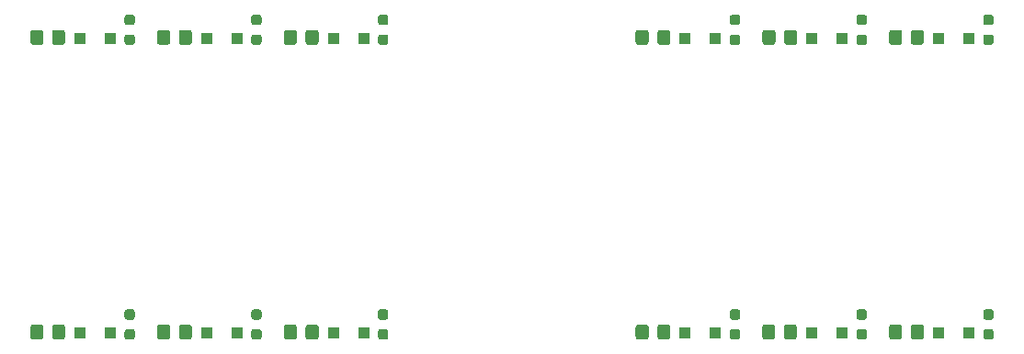
<source format=gbr>
%TF.GenerationSoftware,KiCad,Pcbnew,5.1.9*%
%TF.CreationDate,2021-04-12T01:52:26-03:00*%
%TF.ProjectId,Switches,53776974-6368-4657-932e-6b696361645f,rev?*%
%TF.SameCoordinates,Original*%
%TF.FileFunction,Paste,Bot*%
%TF.FilePolarity,Positive*%
%FSLAX46Y46*%
G04 Gerber Fmt 4.6, Leading zero omitted, Abs format (unit mm)*
G04 Created by KiCad (PCBNEW 5.1.9) date 2021-04-12 01:52:26*
%MOMM*%
%LPD*%
G01*
G04 APERTURE LIST*
%ADD10R,1.100000X1.100000*%
G04 APERTURE END LIST*
D10*
%TO.C,D117*%
X204100000Y-120000000D03*
X201300000Y-120000000D03*
%TD*%
%TO.C,D116*%
X192425000Y-120000000D03*
X189625000Y-120000000D03*
%TD*%
%TO.C,D115*%
X180750000Y-120000000D03*
X177950000Y-120000000D03*
%TD*%
%TO.C,D113*%
X204100000Y-92800000D03*
X201300000Y-92800000D03*
%TD*%
%TO.C,D112*%
X192425000Y-92800000D03*
X189625000Y-92800000D03*
%TD*%
%TO.C,D109*%
X180750000Y-92800000D03*
X177950000Y-92800000D03*
%TD*%
%TO.C,D108*%
X148350000Y-120000000D03*
X145550000Y-120000000D03*
%TD*%
%TO.C,D107*%
X136675000Y-120000000D03*
X133875000Y-120000000D03*
%TD*%
%TO.C,D106*%
X125000000Y-120000000D03*
X122200000Y-120000000D03*
%TD*%
%TO.C,D105*%
X148350000Y-92800000D03*
X145550000Y-92800000D03*
%TD*%
%TO.C,D104*%
X136675000Y-92800000D03*
X133875000Y-92800000D03*
%TD*%
%TO.C,D101*%
X125000000Y-92800000D03*
X122200000Y-92800000D03*
%TD*%
%TO.C,R135*%
G36*
G01*
X206137500Y-118775000D02*
X205662500Y-118775000D01*
G75*
G02*
X205425000Y-118537500I0J237500D01*
G01*
X205425000Y-118037500D01*
G75*
G02*
X205662500Y-117800000I237500J0D01*
G01*
X206137500Y-117800000D01*
G75*
G02*
X206375000Y-118037500I0J-237500D01*
G01*
X206375000Y-118537500D01*
G75*
G02*
X206137500Y-118775000I-237500J0D01*
G01*
G37*
G36*
G01*
X206137500Y-120600000D02*
X205662500Y-120600000D01*
G75*
G02*
X205425000Y-120362500I0J237500D01*
G01*
X205425000Y-119862500D01*
G75*
G02*
X205662500Y-119625000I237500J0D01*
G01*
X206137500Y-119625000D01*
G75*
G02*
X206375000Y-119862500I0J-237500D01*
G01*
X206375000Y-120362500D01*
G75*
G02*
X206137500Y-120600000I-237500J0D01*
G01*
G37*
%TD*%
%TO.C,R134*%
G36*
G01*
X194462500Y-118775000D02*
X193987500Y-118775000D01*
G75*
G02*
X193750000Y-118537500I0J237500D01*
G01*
X193750000Y-118037500D01*
G75*
G02*
X193987500Y-117800000I237500J0D01*
G01*
X194462500Y-117800000D01*
G75*
G02*
X194700000Y-118037500I0J-237500D01*
G01*
X194700000Y-118537500D01*
G75*
G02*
X194462500Y-118775000I-237500J0D01*
G01*
G37*
G36*
G01*
X194462500Y-120600000D02*
X193987500Y-120600000D01*
G75*
G02*
X193750000Y-120362500I0J237500D01*
G01*
X193750000Y-119862500D01*
G75*
G02*
X193987500Y-119625000I237500J0D01*
G01*
X194462500Y-119625000D01*
G75*
G02*
X194700000Y-119862500I0J-237500D01*
G01*
X194700000Y-120362500D01*
G75*
G02*
X194462500Y-120600000I-237500J0D01*
G01*
G37*
%TD*%
%TO.C,R133*%
G36*
G01*
X182787500Y-118775000D02*
X182312500Y-118775000D01*
G75*
G02*
X182075000Y-118537500I0J237500D01*
G01*
X182075000Y-118037500D01*
G75*
G02*
X182312500Y-117800000I237500J0D01*
G01*
X182787500Y-117800000D01*
G75*
G02*
X183025000Y-118037500I0J-237500D01*
G01*
X183025000Y-118537500D01*
G75*
G02*
X182787500Y-118775000I-237500J0D01*
G01*
G37*
G36*
G01*
X182787500Y-120600000D02*
X182312500Y-120600000D01*
G75*
G02*
X182075000Y-120362500I0J237500D01*
G01*
X182075000Y-119862500D01*
G75*
G02*
X182312500Y-119625000I237500J0D01*
G01*
X182787500Y-119625000D01*
G75*
G02*
X183025000Y-119862500I0J-237500D01*
G01*
X183025000Y-120362500D01*
G75*
G02*
X182787500Y-120600000I-237500J0D01*
G01*
G37*
%TD*%
%TO.C,R132*%
G36*
G01*
X206137500Y-91575000D02*
X205662500Y-91575000D01*
G75*
G02*
X205425000Y-91337500I0J237500D01*
G01*
X205425000Y-90837500D01*
G75*
G02*
X205662500Y-90600000I237500J0D01*
G01*
X206137500Y-90600000D01*
G75*
G02*
X206375000Y-90837500I0J-237500D01*
G01*
X206375000Y-91337500D01*
G75*
G02*
X206137500Y-91575000I-237500J0D01*
G01*
G37*
G36*
G01*
X206137500Y-93400000D02*
X205662500Y-93400000D01*
G75*
G02*
X205425000Y-93162500I0J237500D01*
G01*
X205425000Y-92662500D01*
G75*
G02*
X205662500Y-92425000I237500J0D01*
G01*
X206137500Y-92425000D01*
G75*
G02*
X206375000Y-92662500I0J-237500D01*
G01*
X206375000Y-93162500D01*
G75*
G02*
X206137500Y-93400000I-237500J0D01*
G01*
G37*
%TD*%
%TO.C,R131*%
G36*
G01*
X194462500Y-91575000D02*
X193987500Y-91575000D01*
G75*
G02*
X193750000Y-91337500I0J237500D01*
G01*
X193750000Y-90837500D01*
G75*
G02*
X193987500Y-90600000I237500J0D01*
G01*
X194462500Y-90600000D01*
G75*
G02*
X194700000Y-90837500I0J-237500D01*
G01*
X194700000Y-91337500D01*
G75*
G02*
X194462500Y-91575000I-237500J0D01*
G01*
G37*
G36*
G01*
X194462500Y-93400000D02*
X193987500Y-93400000D01*
G75*
G02*
X193750000Y-93162500I0J237500D01*
G01*
X193750000Y-92662500D01*
G75*
G02*
X193987500Y-92425000I237500J0D01*
G01*
X194462500Y-92425000D01*
G75*
G02*
X194700000Y-92662500I0J-237500D01*
G01*
X194700000Y-93162500D01*
G75*
G02*
X194462500Y-93400000I-237500J0D01*
G01*
G37*
%TD*%
%TO.C,R130*%
G36*
G01*
X182787500Y-91575000D02*
X182312500Y-91575000D01*
G75*
G02*
X182075000Y-91337500I0J237500D01*
G01*
X182075000Y-90837500D01*
G75*
G02*
X182312500Y-90600000I237500J0D01*
G01*
X182787500Y-90600000D01*
G75*
G02*
X183025000Y-90837500I0J-237500D01*
G01*
X183025000Y-91337500D01*
G75*
G02*
X182787500Y-91575000I-237500J0D01*
G01*
G37*
G36*
G01*
X182787500Y-93400000D02*
X182312500Y-93400000D01*
G75*
G02*
X182075000Y-93162500I0J237500D01*
G01*
X182075000Y-92662500D01*
G75*
G02*
X182312500Y-92425000I237500J0D01*
G01*
X182787500Y-92425000D01*
G75*
G02*
X183025000Y-92662500I0J-237500D01*
G01*
X183025000Y-93162500D01*
G75*
G02*
X182787500Y-93400000I-237500J0D01*
G01*
G37*
%TD*%
%TO.C,R129*%
G36*
G01*
X150387500Y-118775000D02*
X149912500Y-118775000D01*
G75*
G02*
X149675000Y-118537500I0J237500D01*
G01*
X149675000Y-118037500D01*
G75*
G02*
X149912500Y-117800000I237500J0D01*
G01*
X150387500Y-117800000D01*
G75*
G02*
X150625000Y-118037500I0J-237500D01*
G01*
X150625000Y-118537500D01*
G75*
G02*
X150387500Y-118775000I-237500J0D01*
G01*
G37*
G36*
G01*
X150387500Y-120600000D02*
X149912500Y-120600000D01*
G75*
G02*
X149675000Y-120362500I0J237500D01*
G01*
X149675000Y-119862500D01*
G75*
G02*
X149912500Y-119625000I237500J0D01*
G01*
X150387500Y-119625000D01*
G75*
G02*
X150625000Y-119862500I0J-237500D01*
G01*
X150625000Y-120362500D01*
G75*
G02*
X150387500Y-120600000I-237500J0D01*
G01*
G37*
%TD*%
%TO.C,R128*%
G36*
G01*
X138712500Y-118775000D02*
X138237500Y-118775000D01*
G75*
G02*
X138000000Y-118537500I0J237500D01*
G01*
X138000000Y-118037500D01*
G75*
G02*
X138237500Y-117800000I237500J0D01*
G01*
X138712500Y-117800000D01*
G75*
G02*
X138950000Y-118037500I0J-237500D01*
G01*
X138950000Y-118537500D01*
G75*
G02*
X138712500Y-118775000I-237500J0D01*
G01*
G37*
G36*
G01*
X138712500Y-120600000D02*
X138237500Y-120600000D01*
G75*
G02*
X138000000Y-120362500I0J237500D01*
G01*
X138000000Y-119862500D01*
G75*
G02*
X138237500Y-119625000I237500J0D01*
G01*
X138712500Y-119625000D01*
G75*
G02*
X138950000Y-119862500I0J-237500D01*
G01*
X138950000Y-120362500D01*
G75*
G02*
X138712500Y-120600000I-237500J0D01*
G01*
G37*
%TD*%
%TO.C,R127*%
G36*
G01*
X127037500Y-118775000D02*
X126562500Y-118775000D01*
G75*
G02*
X126325000Y-118537500I0J237500D01*
G01*
X126325000Y-118037500D01*
G75*
G02*
X126562500Y-117800000I237500J0D01*
G01*
X127037500Y-117800000D01*
G75*
G02*
X127275000Y-118037500I0J-237500D01*
G01*
X127275000Y-118537500D01*
G75*
G02*
X127037500Y-118775000I-237500J0D01*
G01*
G37*
G36*
G01*
X127037500Y-120600000D02*
X126562500Y-120600000D01*
G75*
G02*
X126325000Y-120362500I0J237500D01*
G01*
X126325000Y-119862500D01*
G75*
G02*
X126562500Y-119625000I237500J0D01*
G01*
X127037500Y-119625000D01*
G75*
G02*
X127275000Y-119862500I0J-237500D01*
G01*
X127275000Y-120362500D01*
G75*
G02*
X127037500Y-120600000I-237500J0D01*
G01*
G37*
%TD*%
%TO.C,R126*%
G36*
G01*
X150387500Y-91575000D02*
X149912500Y-91575000D01*
G75*
G02*
X149675000Y-91337500I0J237500D01*
G01*
X149675000Y-90837500D01*
G75*
G02*
X149912500Y-90600000I237500J0D01*
G01*
X150387500Y-90600000D01*
G75*
G02*
X150625000Y-90837500I0J-237500D01*
G01*
X150625000Y-91337500D01*
G75*
G02*
X150387500Y-91575000I-237500J0D01*
G01*
G37*
G36*
G01*
X150387500Y-93400000D02*
X149912500Y-93400000D01*
G75*
G02*
X149675000Y-93162500I0J237500D01*
G01*
X149675000Y-92662500D01*
G75*
G02*
X149912500Y-92425000I237500J0D01*
G01*
X150387500Y-92425000D01*
G75*
G02*
X150625000Y-92662500I0J-237500D01*
G01*
X150625000Y-93162500D01*
G75*
G02*
X150387500Y-93400000I-237500J0D01*
G01*
G37*
%TD*%
%TO.C,R125*%
G36*
G01*
X138712500Y-91575000D02*
X138237500Y-91575000D01*
G75*
G02*
X138000000Y-91337500I0J237500D01*
G01*
X138000000Y-90837500D01*
G75*
G02*
X138237500Y-90600000I237500J0D01*
G01*
X138712500Y-90600000D01*
G75*
G02*
X138950000Y-90837500I0J-237500D01*
G01*
X138950000Y-91337500D01*
G75*
G02*
X138712500Y-91575000I-237500J0D01*
G01*
G37*
G36*
G01*
X138712500Y-93400000D02*
X138237500Y-93400000D01*
G75*
G02*
X138000000Y-93162500I0J237500D01*
G01*
X138000000Y-92662500D01*
G75*
G02*
X138237500Y-92425000I237500J0D01*
G01*
X138712500Y-92425000D01*
G75*
G02*
X138950000Y-92662500I0J-237500D01*
G01*
X138950000Y-93162500D01*
G75*
G02*
X138712500Y-93400000I-237500J0D01*
G01*
G37*
%TD*%
%TO.C,R124*%
G36*
G01*
X127037500Y-91575000D02*
X126562500Y-91575000D01*
G75*
G02*
X126325000Y-91337500I0J237500D01*
G01*
X126325000Y-90837500D01*
G75*
G02*
X126562500Y-90600000I237500J0D01*
G01*
X127037500Y-90600000D01*
G75*
G02*
X127275000Y-90837500I0J-237500D01*
G01*
X127275000Y-91337500D01*
G75*
G02*
X127037500Y-91575000I-237500J0D01*
G01*
G37*
G36*
G01*
X127037500Y-93400000D02*
X126562500Y-93400000D01*
G75*
G02*
X126325000Y-93162500I0J237500D01*
G01*
X126325000Y-92662500D01*
G75*
G02*
X126562500Y-92425000I237500J0D01*
G01*
X127037500Y-92425000D01*
G75*
G02*
X127275000Y-92662500I0J-237500D01*
G01*
X127275000Y-93162500D01*
G75*
G02*
X127037500Y-93400000I-237500J0D01*
G01*
G37*
%TD*%
%TO.C,R114*%
G36*
G01*
X175400000Y-120350001D02*
X175400000Y-119449999D01*
G75*
G02*
X175649999Y-119200000I249999J0D01*
G01*
X176350001Y-119200000D01*
G75*
G02*
X176600000Y-119449999I0J-249999D01*
G01*
X176600000Y-120350001D01*
G75*
G02*
X176350001Y-120600000I-249999J0D01*
G01*
X175649999Y-120600000D01*
G75*
G02*
X175400000Y-120350001I0J249999D01*
G01*
G37*
G36*
G01*
X173400000Y-120350001D02*
X173400000Y-119449999D01*
G75*
G02*
X173649999Y-119200000I249999J0D01*
G01*
X174350001Y-119200000D01*
G75*
G02*
X174600000Y-119449999I0J-249999D01*
G01*
X174600000Y-120350001D01*
G75*
G02*
X174350001Y-120600000I-249999J0D01*
G01*
X173649999Y-120600000D01*
G75*
G02*
X173400000Y-120350001I0J249999D01*
G01*
G37*
%TD*%
%TO.C,R113*%
G36*
G01*
X198750000Y-93150001D02*
X198750000Y-92249999D01*
G75*
G02*
X198999999Y-92000000I249999J0D01*
G01*
X199700001Y-92000000D01*
G75*
G02*
X199950000Y-92249999I0J-249999D01*
G01*
X199950000Y-93150001D01*
G75*
G02*
X199700001Y-93400000I-249999J0D01*
G01*
X198999999Y-93400000D01*
G75*
G02*
X198750000Y-93150001I0J249999D01*
G01*
G37*
G36*
G01*
X196750000Y-93150001D02*
X196750000Y-92249999D01*
G75*
G02*
X196999999Y-92000000I249999J0D01*
G01*
X197700001Y-92000000D01*
G75*
G02*
X197950000Y-92249999I0J-249999D01*
G01*
X197950000Y-93150001D01*
G75*
G02*
X197700001Y-93400000I-249999J0D01*
G01*
X196999999Y-93400000D01*
G75*
G02*
X196750000Y-93150001I0J249999D01*
G01*
G37*
%TD*%
%TO.C,R115*%
G36*
G01*
X187050000Y-120350001D02*
X187050000Y-119449999D01*
G75*
G02*
X187299999Y-119200000I249999J0D01*
G01*
X188000001Y-119200000D01*
G75*
G02*
X188250000Y-119449999I0J-249999D01*
G01*
X188250000Y-120350001D01*
G75*
G02*
X188000001Y-120600000I-249999J0D01*
G01*
X187299999Y-120600000D01*
G75*
G02*
X187050000Y-120350001I0J249999D01*
G01*
G37*
G36*
G01*
X185050000Y-120350001D02*
X185050000Y-119449999D01*
G75*
G02*
X185299999Y-119200000I249999J0D01*
G01*
X186000001Y-119200000D01*
G75*
G02*
X186250000Y-119449999I0J-249999D01*
G01*
X186250000Y-120350001D01*
G75*
G02*
X186000001Y-120600000I-249999J0D01*
G01*
X185299999Y-120600000D01*
G75*
G02*
X185050000Y-120350001I0J249999D01*
G01*
G37*
%TD*%
%TO.C,R116*%
G36*
G01*
X198750000Y-120350001D02*
X198750000Y-119449999D01*
G75*
G02*
X198999999Y-119200000I249999J0D01*
G01*
X199700001Y-119200000D01*
G75*
G02*
X199950000Y-119449999I0J-249999D01*
G01*
X199950000Y-120350001D01*
G75*
G02*
X199700001Y-120600000I-249999J0D01*
G01*
X198999999Y-120600000D01*
G75*
G02*
X198750000Y-120350001I0J249999D01*
G01*
G37*
G36*
G01*
X196750000Y-120350001D02*
X196750000Y-119449999D01*
G75*
G02*
X196999999Y-119200000I249999J0D01*
G01*
X197700001Y-119200000D01*
G75*
G02*
X197950000Y-119449999I0J-249999D01*
G01*
X197950000Y-120350001D01*
G75*
G02*
X197700001Y-120600000I-249999J0D01*
G01*
X196999999Y-120600000D01*
G75*
G02*
X196750000Y-120350001I0J249999D01*
G01*
G37*
%TD*%
%TO.C,R103*%
G36*
G01*
X119650000Y-93150001D02*
X119650000Y-92249999D01*
G75*
G02*
X119899999Y-92000000I249999J0D01*
G01*
X120600001Y-92000000D01*
G75*
G02*
X120850000Y-92249999I0J-249999D01*
G01*
X120850000Y-93150001D01*
G75*
G02*
X120600001Y-93400000I-249999J0D01*
G01*
X119899999Y-93400000D01*
G75*
G02*
X119650000Y-93150001I0J249999D01*
G01*
G37*
G36*
G01*
X117650000Y-93150001D02*
X117650000Y-92249999D01*
G75*
G02*
X117899999Y-92000000I249999J0D01*
G01*
X118600001Y-92000000D01*
G75*
G02*
X118850000Y-92249999I0J-249999D01*
G01*
X118850000Y-93150001D01*
G75*
G02*
X118600001Y-93400000I-249999J0D01*
G01*
X117899999Y-93400000D01*
G75*
G02*
X117650000Y-93150001I0J249999D01*
G01*
G37*
%TD*%
%TO.C,R107*%
G36*
G01*
X131325000Y-120350001D02*
X131325000Y-119449999D01*
G75*
G02*
X131574999Y-119200000I249999J0D01*
G01*
X132275001Y-119200000D01*
G75*
G02*
X132525000Y-119449999I0J-249999D01*
G01*
X132525000Y-120350001D01*
G75*
G02*
X132275001Y-120600000I-249999J0D01*
G01*
X131574999Y-120600000D01*
G75*
G02*
X131325000Y-120350001I0J249999D01*
G01*
G37*
G36*
G01*
X129325000Y-120350001D02*
X129325000Y-119449999D01*
G75*
G02*
X129574999Y-119200000I249999J0D01*
G01*
X130275001Y-119200000D01*
G75*
G02*
X130525000Y-119449999I0J-249999D01*
G01*
X130525000Y-120350001D01*
G75*
G02*
X130275001Y-120600000I-249999J0D01*
G01*
X129574999Y-120600000D01*
G75*
G02*
X129325000Y-120350001I0J249999D01*
G01*
G37*
%TD*%
%TO.C,R104*%
G36*
G01*
X131325000Y-93150001D02*
X131325000Y-92249999D01*
G75*
G02*
X131574999Y-92000000I249999J0D01*
G01*
X132275001Y-92000000D01*
G75*
G02*
X132525000Y-92249999I0J-249999D01*
G01*
X132525000Y-93150001D01*
G75*
G02*
X132275001Y-93400000I-249999J0D01*
G01*
X131574999Y-93400000D01*
G75*
G02*
X131325000Y-93150001I0J249999D01*
G01*
G37*
G36*
G01*
X129325000Y-93150001D02*
X129325000Y-92249999D01*
G75*
G02*
X129574999Y-92000000I249999J0D01*
G01*
X130275001Y-92000000D01*
G75*
G02*
X130525000Y-92249999I0J-249999D01*
G01*
X130525000Y-93150001D01*
G75*
G02*
X130275001Y-93400000I-249999J0D01*
G01*
X129574999Y-93400000D01*
G75*
G02*
X129325000Y-93150001I0J249999D01*
G01*
G37*
%TD*%
%TO.C,R105*%
G36*
G01*
X143000000Y-93150001D02*
X143000000Y-92249999D01*
G75*
G02*
X143249999Y-92000000I249999J0D01*
G01*
X143950001Y-92000000D01*
G75*
G02*
X144200000Y-92249999I0J-249999D01*
G01*
X144200000Y-93150001D01*
G75*
G02*
X143950001Y-93400000I-249999J0D01*
G01*
X143249999Y-93400000D01*
G75*
G02*
X143000000Y-93150001I0J249999D01*
G01*
G37*
G36*
G01*
X141000000Y-93150001D02*
X141000000Y-92249999D01*
G75*
G02*
X141249999Y-92000000I249999J0D01*
G01*
X141950001Y-92000000D01*
G75*
G02*
X142200000Y-92249999I0J-249999D01*
G01*
X142200000Y-93150001D01*
G75*
G02*
X141950001Y-93400000I-249999J0D01*
G01*
X141249999Y-93400000D01*
G75*
G02*
X141000000Y-93150001I0J249999D01*
G01*
G37*
%TD*%
%TO.C,R112*%
G36*
G01*
X187075000Y-93150001D02*
X187075000Y-92249999D01*
G75*
G02*
X187324999Y-92000000I249999J0D01*
G01*
X188025001Y-92000000D01*
G75*
G02*
X188275000Y-92249999I0J-249999D01*
G01*
X188275000Y-93150001D01*
G75*
G02*
X188025001Y-93400000I-249999J0D01*
G01*
X187324999Y-93400000D01*
G75*
G02*
X187075000Y-93150001I0J249999D01*
G01*
G37*
G36*
G01*
X185075000Y-93150001D02*
X185075000Y-92249999D01*
G75*
G02*
X185324999Y-92000000I249999J0D01*
G01*
X186025001Y-92000000D01*
G75*
G02*
X186275000Y-92249999I0J-249999D01*
G01*
X186275000Y-93150001D01*
G75*
G02*
X186025001Y-93400000I-249999J0D01*
G01*
X185324999Y-93400000D01*
G75*
G02*
X185075000Y-93150001I0J249999D01*
G01*
G37*
%TD*%
%TO.C,R108*%
G36*
G01*
X143000000Y-120350001D02*
X143000000Y-119449999D01*
G75*
G02*
X143249999Y-119200000I249999J0D01*
G01*
X143950001Y-119200000D01*
G75*
G02*
X144200000Y-119449999I0J-249999D01*
G01*
X144200000Y-120350001D01*
G75*
G02*
X143950001Y-120600000I-249999J0D01*
G01*
X143249999Y-120600000D01*
G75*
G02*
X143000000Y-120350001I0J249999D01*
G01*
G37*
G36*
G01*
X141000000Y-120350001D02*
X141000000Y-119449999D01*
G75*
G02*
X141249999Y-119200000I249999J0D01*
G01*
X141950001Y-119200000D01*
G75*
G02*
X142200000Y-119449999I0J-249999D01*
G01*
X142200000Y-120350001D01*
G75*
G02*
X141950001Y-120600000I-249999J0D01*
G01*
X141249999Y-120600000D01*
G75*
G02*
X141000000Y-120350001I0J249999D01*
G01*
G37*
%TD*%
%TO.C,R106*%
G36*
G01*
X119650000Y-120350001D02*
X119650000Y-119449999D01*
G75*
G02*
X119899999Y-119200000I249999J0D01*
G01*
X120600001Y-119200000D01*
G75*
G02*
X120850000Y-119449999I0J-249999D01*
G01*
X120850000Y-120350001D01*
G75*
G02*
X120600001Y-120600000I-249999J0D01*
G01*
X119899999Y-120600000D01*
G75*
G02*
X119650000Y-120350001I0J249999D01*
G01*
G37*
G36*
G01*
X117650000Y-120350001D02*
X117650000Y-119449999D01*
G75*
G02*
X117899999Y-119200000I249999J0D01*
G01*
X118600001Y-119200000D01*
G75*
G02*
X118850000Y-119449999I0J-249999D01*
G01*
X118850000Y-120350001D01*
G75*
G02*
X118600001Y-120600000I-249999J0D01*
G01*
X117899999Y-120600000D01*
G75*
G02*
X117650000Y-120350001I0J249999D01*
G01*
G37*
%TD*%
%TO.C,R111*%
G36*
G01*
X175400000Y-93150001D02*
X175400000Y-92249999D01*
G75*
G02*
X175649999Y-92000000I249999J0D01*
G01*
X176350001Y-92000000D01*
G75*
G02*
X176600000Y-92249999I0J-249999D01*
G01*
X176600000Y-93150001D01*
G75*
G02*
X176350001Y-93400000I-249999J0D01*
G01*
X175649999Y-93400000D01*
G75*
G02*
X175400000Y-93150001I0J249999D01*
G01*
G37*
G36*
G01*
X173400000Y-93150001D02*
X173400000Y-92249999D01*
G75*
G02*
X173649999Y-92000000I249999J0D01*
G01*
X174350001Y-92000000D01*
G75*
G02*
X174600000Y-92249999I0J-249999D01*
G01*
X174600000Y-93150001D01*
G75*
G02*
X174350001Y-93400000I-249999J0D01*
G01*
X173649999Y-93400000D01*
G75*
G02*
X173400000Y-93150001I0J249999D01*
G01*
G37*
%TD*%
M02*

</source>
